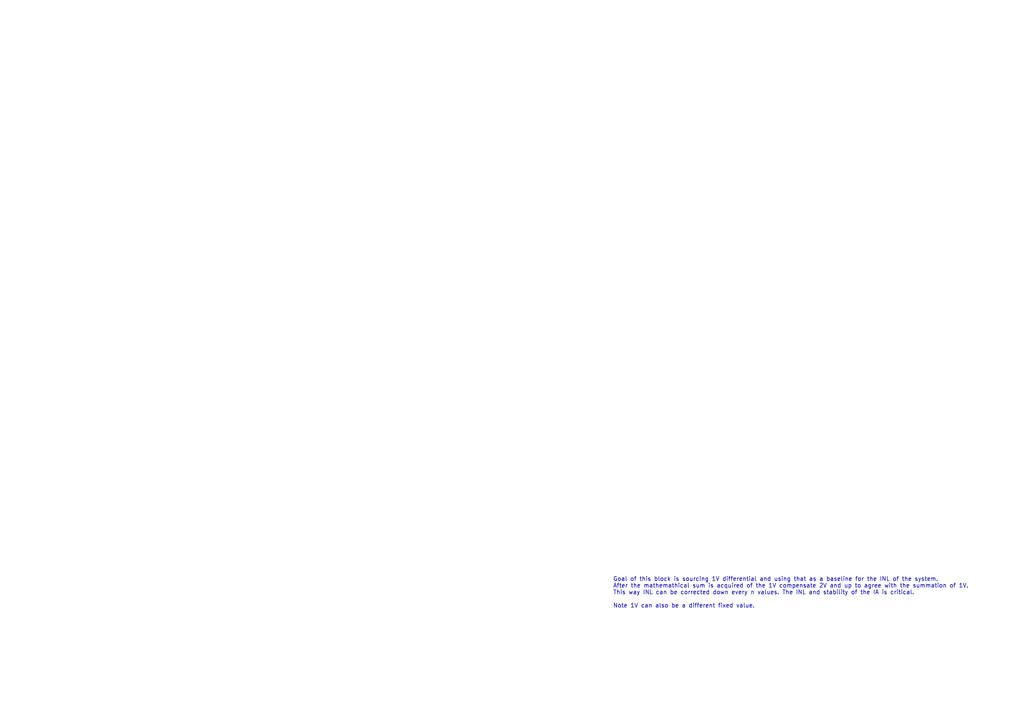
<source format=kicad_sch>
(kicad_sch
	(version 20231120)
	(generator "eeschema")
	(generator_version "8.0")
	(uuid "dbf20943-f262-400c-98f9-60f2a7b23a8c")
	(paper "A4")
	(lib_symbols)
	(text "Goal of this block is sourcing 1V differential and using that as a baseline for the INL of the system.\nAfter the mathemathical sum is acquired of the 1V compensate 2V and up to agree with the summation of 1V.\nThis way INL can be corrected down every n values. The INL and stability of the IA is critical.\n\nNote 1V can also be a different fixed value."
		(exclude_from_sim no)
		(at 177.8 176.53 0)
		(effects
			(font
				(size 1.2 1.2)
			)
			(justify left bottom)
		)
		(uuid "4db1af30-4d2a-4cfc-9808-9916ed54a8da")
	)
)

</source>
